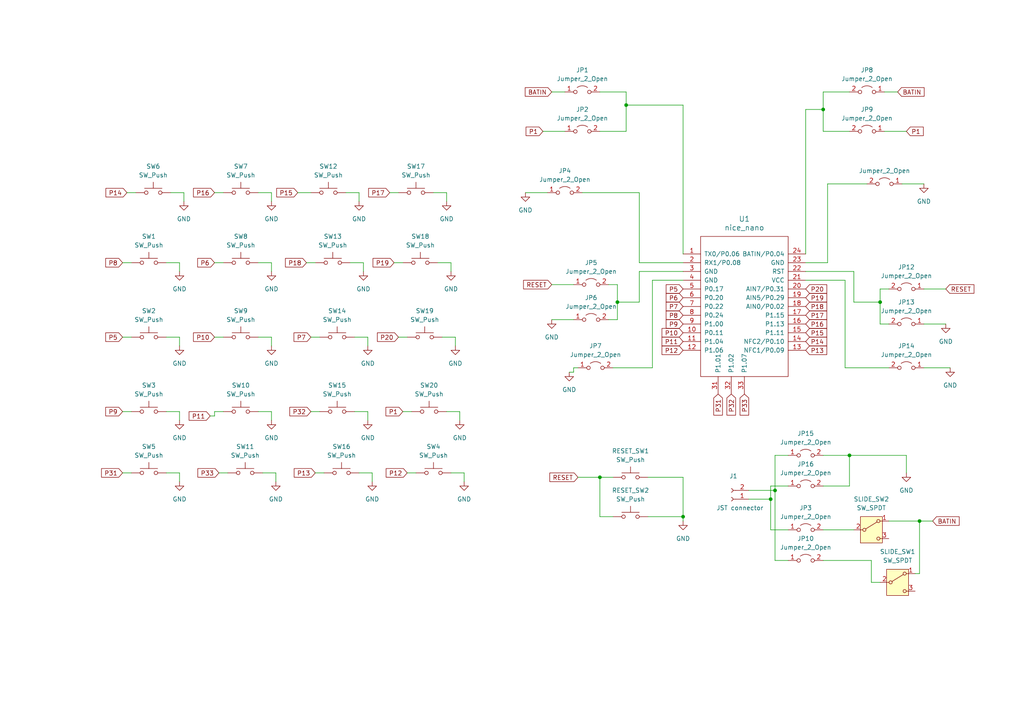
<source format=kicad_sch>
(kicad_sch (version 20250114) (generator "eeschema") (generator_version "9.0")
  (paper "A4")
  (lib_symbols
    (symbol "Connector:Conn_01x02_Female" (pin_names (offset 1.016) (hide yes))
      (property "Reference" "J" (at 0 2.54 0))
      (property "Value" "Conn_01x02_Female" (at 0 -5.08 0))
      (symbol "Conn_01x02_Female_1_1"
        (polyline (pts (xy -1.27 0) (xy -0.508 0)) (stroke (width 0.1524)))
        (polyline (pts (xy -1.27 -2.54) (xy -0.508 -2.54)) (stroke (width 0.1524)))
        (arc (start 0 -0.508) (mid -0.5058 0) (end 0 0.508) (stroke (width 0.1524)))
        (arc (start 0 -3.048) (mid -0.5058 -2.54) (end 0 -2.032) (stroke (width 0.1524)))
        (pin passive line (at -5.08 0 0) (length 3.81) (name "Pin_1") (number "1"))
        (pin passive line (at -5.08 -2.54 0) (length 3.81) (name "Pin_2") (number "2"))
      )
    )
    (symbol "Jumper:Jumper_2_Open" (pin_names (offset 0) (hide yes))
      (property "Reference" "JP" (at 0 2.794 0))
      (property "Value" "Jumper_2_Open" (at 0 -2.286 0))
      (symbol "Jumper_2_Open_0_0"
        (circle (center -2.032 0) (radius 0.508))
        (circle (center 2.032 0) (radius 0.508))
      )
      (symbol "Jumper_2_Open_0_1"
        (arc (start -1.524 1.27) (mid 0 1.778) (end 1.524 1.27))
      )
      (symbol "Jumper_2_Open_1_1"
        (pin passive line (at -5.08 0 0) (length 2.54) (name "A") (number "1"))
        (pin passive line (at 5.08 0 180) (length 2.54) (name "B") (number "2"))
      )
    )
    (symbol "Switch:SW_Push" (pin_numbers (hide yes)) (pin_names (offset 1.016) (hide yes))
      (property "Reference" "SW" (at 1.27 2.54 0))
      (property "Value" "SW_Push" (at 0 -1.524 0))
      (symbol "SW_Push_0_1"
        (circle (center -2.032 0) (radius 0.508))
        (polyline (pts (xy 0 1.27) (xy 0 3.048)))
        (circle (center 2.032 0) (radius 0.508))
        (polyline (pts (xy 2.54 1.27) (xy -2.54 1.27)))
        (pin passive line (at -5.08 0 0) (length 2.54) (name "1") (number "1"))
        (pin passive line (at 5.08 0 180) (length 2.54) (name "2") (number "2"))
      )
    )
    (symbol "Switch:SW_SPDT" (pin_names (offset 0) (hide yes))
      (property "Reference" "SW" (at 0 5.08 0))
      (property "Value" "SW_SPDT" (at 0 -5.08 0))
      (symbol "SW_SPDT_0_1"
        (circle (center -2.032 0) (radius 0.4572))
        (polyline (pts (xy -1.651 0.254) (xy 1.651 2.286)))
        (circle (center 2.032 2.54) (radius 0.4572))
        (circle (center 2.032 -2.54) (radius 0.4572))
      )
      (symbol "SW_SPDT_1_1"
        (rectangle (start -3.175 3.81) (end 3.175 -3.81) (fill (type background)))
        (pin passive line (at -5.08 0 0) (length 2.54) (name "B") (number "2"))
        (pin passive line (at 5.08 2.54 180) (length 2.54) (name "A") (number "1"))
        (pin passive line (at 5.08 -2.54 180) (length 2.54) (name "C") (number "3"))
      )
    )
    (symbol "nice_nano:nice_nano" (pin_names (offset 1.016))
      (property "Reference" "U" (at 0 0 0))
      (property "Value" "nice_nano" (at 0 2.54 0))
      (symbol "nice_nano_0_1"
        (rectangle (start -12.7 -21.59) (end 12.7 19.05))
      )
      (symbol "nice_nano_1_1"
        (pin input line (at -17.78 13.97 0) (length 5.08) (name "TX0/P0.06") (number "1"))
        (pin input line (at -17.78 11.43 0) (length 5.08) (name "RX1/P0.08") (number "2"))
        (pin input line (at -17.78 8.89 0) (length 5.08) (name "GND") (number "3"))
        (pin input line (at -17.78 6.35 0) (length 5.08) (name "GND") (number "4"))
        (pin input line (at -17.78 3.81 0) (length 5.08) (name "P0.17") (number "5"))
        (pin input line (at -17.78 1.27 0) (length 5.08) (name "P0.20") (number "6"))
        (pin input line (at -17.78 -1.27 0) (length 5.08) (name "P0.22") (number "7"))
        (pin input line (at -17.78 -3.81 0) (length 5.08) (name "P0.24") (number "8"))
        (pin input line (at -17.78 -6.35 0) (length 5.08) (name "P1.00") (number "9"))
        (pin input line (at -17.78 -8.89 0) (length 5.08) (name "P0.11") (number "10"))
        (pin input line (at -17.78 -11.43 0) (length 5.08) (name "P1.04") (number "11"))
        (pin input line (at -17.78 -13.97 0) (length 5.08) (name "P1.06") (number "12"))
        (pin input line (at -7.62 -26.67 90) (length 5.08) (name "P1.01") (number "31"))
        (pin input line (at -3.81 -26.67 90) (length 5.08) (name "P1.02") (number "32"))
        (pin input line (at 0 -26.67 90) (length 5.08) (name "P1.07") (number "33"))
        (pin input line (at 17.78 13.97 180) (length 5.08) (name "BATIN/P0.04") (number "24"))
        (pin input line (at 17.78 11.43 180) (length 5.08) (name "GND") (number "23"))
        (pin input line (at 17.78 8.89 180) (length 5.08) (name "RST") (number "22"))
        (pin input line (at 17.78 6.35 180) (length 5.08) (name "VCC") (number "21"))
        (pin input line (at 17.78 3.81 180) (length 5.08) (name "AIN7/P0.31") (number "20"))
        (pin input line (at 17.78 1.27 180) (length 5.08) (name "AIN5/P0.29") (number "19"))
        (pin input line (at 17.78 -1.27 180) (length 5.08) (name "AIN0/P0.02") (number "18"))
        (pin input line (at 17.78 -3.81 180) (length 5.08) (name "P1.15") (number "17"))
        (pin input line (at 17.78 -6.35 180) (length 5.08) (name "P1.13") (number "16"))
        (pin input line (at 17.78 -8.89 180) (length 5.08) (name "P1.11") (number "15"))
        (pin input line (at 17.78 -11.43 180) (length 5.08) (name "NFC2/P0.10") (number "14"))
        (pin input line (at 17.78 -13.97 180) (length 5.08) (name "NFC1/P0.09") (number "13"))
      )
    )
    (symbol "power:GND" (power) (pin_names (offset 0))
      (property "Value" "GND" (at 0 -3.81 0))
      (symbol "GND_0_1"
        (polyline (pts (xy 0 0) (xy 0 -1.27) (xy 1.27 -1.27) (xy 0 -2.54) (xy -1.27 -1.27) (xy 0 -1.27)))
      )
      (symbol "GND_1_1"
        (pin power_in line (at 0 0 270) (length 0) (hide yes) (name "GND") (number "1"))
      )
    )
  )
  (junction (at 173.99 138.43))
  (junction (at 246.38 132.08))
  (junction (at 223.52 144.78))
  (junction (at 181.61 30.48))
  (junction (at 179.07 87.63))
  (junction (at 238.76 31.75))
  (junction (at 198.12 149.86))
  (junction (at 266.7 151.13))
  (junction (at 255.27 87.63))
  (junction (at 224.79 142.24))
  (wire (pts (xy 224.79 142.24) (xy 217.17 142.24)))
  (wire (pts (xy 181.61 26.67) (xy 181.61 30.48)))
  (wire (pts (xy 100.33 55.88) (xy 104.14 55.88)))
  (wire (pts (xy 173.99 38.1) (xy 181.61 38.1)))
  (wire (pts (xy 233.68 73.66) (xy 233.68 31.75)))
  (wire (pts (xy 102.87 119.38) (xy 106.68 119.38)))
  (wire (pts (xy 90.17 97.79) (xy 92.71 97.79)))
  (wire (pts (xy 114.3 76.2) (xy 116.84 76.2)))
  (wire (pts (xy 257.81 151.13) (xy 266.7 151.13)))
  (wire (pts (xy 129.54 55.88) (xy 129.54 58.42)))
  (wire (pts (xy 106.68 119.38) (xy 106.68 121.92)))
  (wire (pts (xy 35.56 76.2) (xy 38.1 76.2)))
  (wire (pts (xy 62.23 120.65) (xy 62.23 119.38)))
  (wire (pts (xy 233.68 31.75) (xy 238.76 31.75)))
  (wire (pts (xy 152.4 55.88) (xy 158.75 55.88)))
  (wire (pts (xy 52.07 137.16) (xy 52.07 139.7)))
  (wire (pts (xy 246.38 132.08) (xy 262.89 132.08)))
  (wire (pts (xy 223.52 144.78) (xy 223.52 140.97)))
  (wire (pts (xy 198.12 149.86) (xy 198.12 138.43)))
  (wire (pts (xy 189.23 81.28) (xy 198.12 81.28)))
  (wire (pts (xy 107.95 137.16) (xy 107.95 139.7)))
  (wire (pts (xy 246.38 140.97) (xy 238.76 140.97)))
  (wire (pts (xy 198.12 73.66) (xy 198.12 30.48)))
  (wire (pts (xy 224.79 142.24) (xy 224.79 132.08)))
  (wire (pts (xy 130.81 137.16) (xy 134.62 137.16)))
  (wire (pts (xy 134.62 137.16) (xy 134.62 139.7)))
  (wire (pts (xy 252.73 168.91) (xy 255.27 168.91)))
  (wire (pts (xy 125.73 55.88) (xy 129.54 55.88)))
  (wire (pts (xy 52.07 97.79) (xy 52.07 100.33)))
  (wire (pts (xy 60.96 120.65) (xy 62.23 120.65)))
  (wire (pts (xy 238.76 153.67) (xy 247.65 153.67)))
  (wire (pts (xy 49.53 55.88) (xy 53.34 55.88)))
  (wire (pts (xy 245.11 81.28) (xy 245.11 106.68)))
  (wire (pts (xy 91.44 137.16) (xy 93.98 137.16)))
  (wire (pts (xy 48.26 76.2) (xy 52.07 76.2)))
  (wire (pts (xy 62.23 119.38) (xy 64.77 119.38)))
  (wire (pts (xy 187.96 149.86) (xy 198.12 149.86)))
  (wire (pts (xy 238.76 132.08) (xy 246.38 132.08)))
  (wire (pts (xy 179.07 82.55) (xy 179.07 87.63)))
  (wire (pts (xy 166.37 106.68) (xy 167.64 106.68)))
  (wire (pts (xy 173.99 138.43) (xy 177.8 138.43)))
  (wire (pts (xy 198.12 151.13) (xy 198.12 149.86)))
  (wire (pts (xy 80.01 137.16) (xy 80.01 139.7)))
  (wire (pts (xy 128.27 97.79) (xy 132.08 97.79)))
  (wire (pts (xy 266.7 151.13) (xy 270.51 151.13)))
  (wire (pts (xy 240.03 53.34) (xy 251.46 53.34)))
  (wire (pts (xy 86.36 55.88) (xy 90.17 55.88)))
  (wire (pts (xy 228.6 153.67) (xy 223.52 153.67)))
  (wire (pts (xy 105.41 76.2) (xy 105.41 78.74)))
  (wire (pts (xy 53.34 55.88) (xy 53.34 58.42)))
  (wire (pts (xy 39.37 55.88) (xy 36.83 55.88)))
  (wire (pts (xy 198.12 76.2) (xy 185.42 76.2)))
  (wire (pts (xy 179.07 87.63) (xy 179.07 92.71)))
  (wire (pts (xy 78.74 55.88) (xy 78.74 58.42)))
  (wire (pts (xy 129.54 119.38) (xy 133.35 119.38)))
  (wire (pts (xy 223.52 153.67) (xy 223.52 144.78)))
  (wire (pts (xy 78.74 97.79) (xy 78.74 100.33)))
  (wire (pts (xy 90.17 119.38) (xy 92.71 119.38)))
  (wire (pts (xy 223.52 144.78) (xy 217.17 144.78)))
  (wire (pts (xy 252.73 168.91) (xy 252.73 162.56)))
  (wire (pts (xy 113.03 55.88) (xy 115.57 55.88)))
  (wire (pts (xy 247.65 87.63) (xy 247.65 78.74)))
  (wire (pts (xy 177.8 106.68) (xy 189.23 106.68)))
  (wire (pts (xy 78.74 119.38) (xy 78.74 121.92)))
  (wire (pts (xy 181.61 38.1) (xy 181.61 30.48)))
  (wire (pts (xy 78.74 76.2) (xy 78.74 78.74)))
  (wire (pts (xy 252.73 162.56) (xy 238.76 162.56)))
  (wire (pts (xy 62.23 55.88) (xy 64.77 55.88)))
  (wire (pts (xy 115.57 97.79) (xy 118.11 97.79)))
  (wire (pts (xy 267.97 53.34) (xy 261.62 53.34)))
  (wire (pts (xy 132.08 97.79) (xy 132.08 100.33)))
  (wire (pts (xy 173.99 149.86) (xy 177.8 149.86)))
  (wire (pts (xy 35.56 97.79) (xy 38.1 97.79)))
  (wire (pts (xy 255.27 87.63) (xy 255.27 93.98)))
  (wire (pts (xy 74.93 119.38) (xy 78.74 119.38)))
  (wire (pts (xy 223.52 140.97) (xy 228.6 140.97)))
  (wire (pts (xy 35.56 137.16) (xy 38.1 137.16)))
  (wire (pts (xy 116.84 119.38) (xy 119.38 119.38)))
  (wire (pts (xy 265.43 166.37) (xy 266.7 166.37)))
  (wire (pts (xy 233.68 78.74) (xy 247.65 78.74)))
  (wire (pts (xy 52.07 76.2) (xy 52.07 78.74)))
  (wire (pts (xy 101.6 76.2) (xy 105.41 76.2)))
  (wire (pts (xy 255.27 83.82) (xy 255.27 87.63)))
  (wire (pts (xy 185.42 87.63) (xy 179.07 87.63)))
  (wire (pts (xy 185.42 78.74) (xy 185.42 87.63)))
  (wire (pts (xy 63.5 137.16) (xy 66.04 137.16)))
  (wire (pts (xy 246.38 132.08) (xy 246.38 140.97)))
  (wire (pts (xy 62.23 97.79) (xy 64.77 97.79)))
  (wire (pts (xy 165.1 107.95) (xy 166.37 107.95)))
  (wire (pts (xy 157.48 38.1) (xy 163.83 38.1)))
  (wire (pts (xy 189.23 106.68) (xy 189.23 81.28)))
  (wire (pts (xy 106.68 97.79) (xy 106.68 100.33)))
  (wire (pts (xy 35.56 119.38) (xy 38.1 119.38)))
  (wire (pts (xy 262.89 38.1) (xy 256.54 38.1)))
  (wire (pts (xy 185.42 76.2) (xy 185.42 55.88)))
  (wire (pts (xy 233.68 81.28) (xy 245.11 81.28)))
  (wire (pts (xy 257.81 93.98) (xy 255.27 93.98)))
  (wire (pts (xy 238.76 26.67) (xy 238.76 31.75)))
  (wire (pts (xy 48.26 119.38) (xy 52.07 119.38)))
  (wire (pts (xy 224.79 162.56) (xy 224.79 142.24)))
  (wire (pts (xy 240.03 76.2) (xy 240.03 53.34)))
  (wire (pts (xy 246.38 26.67) (xy 238.76 26.67)))
  (wire (pts (xy 76.2 137.16) (xy 80.01 137.16)))
  (wire (pts (xy 238.76 31.75) (xy 238.76 38.1)))
  (wire (pts (xy 176.53 92.71) (xy 179.07 92.71)))
  (wire (pts (xy 198.12 138.43) (xy 187.96 138.43)))
  (wire (pts (xy 260.35 26.67) (xy 256.54 26.67)))
  (wire (pts (xy 48.26 137.16) (xy 52.07 137.16)))
  (wire (pts (xy 176.53 82.55) (xy 179.07 82.55)))
  (wire (pts (xy 247.65 87.63) (xy 255.27 87.63)))
  (wire (pts (xy 74.93 55.88) (xy 78.74 55.88)))
  (wire (pts (xy 228.6 162.56) (xy 224.79 162.56)))
  (wire (pts (xy 74.93 97.79) (xy 78.74 97.79)))
  (wire (pts (xy 233.68 76.2) (xy 240.03 76.2)))
  (wire (pts (xy 262.89 132.08) (xy 262.89 137.16)))
  (wire (pts (xy 168.91 55.88) (xy 185.42 55.88)))
  (wire (pts (xy 274.32 83.82) (xy 267.97 83.82)))
  (wire (pts (xy 118.11 137.16) (xy 120.65 137.16)))
  (wire (pts (xy 104.14 137.16) (xy 107.95 137.16)))
  (wire (pts (xy 48.26 97.79) (xy 52.07 97.79)))
  (wire (pts (xy 198.12 78.74) (xy 185.42 78.74)))
  (wire (pts (xy 166.37 107.95) (xy 166.37 106.68)))
  (wire (pts (xy 74.93 76.2) (xy 78.74 76.2)))
  (wire (pts (xy 160.02 92.71) (xy 166.37 92.71)))
  (wire (pts (xy 102.87 97.79) (xy 106.68 97.79)))
  (wire (pts (xy 257.81 83.82) (xy 255.27 83.82)))
  (wire (pts (xy 267.97 106.68) (xy 275.59 106.68)))
  (wire (pts (xy 133.35 119.38) (xy 133.35 121.92)))
  (wire (pts (xy 160.02 26.67) (xy 163.83 26.67)))
  (wire (pts (xy 130.81 76.2) (xy 130.81 78.74)))
  (wire (pts (xy 62.23 76.2) (xy 64.77 76.2)))
  (wire (pts (xy 246.38 38.1) (xy 238.76 38.1)))
  (wire (pts (xy 173.99 26.67) (xy 181.61 26.67)))
  (wire (pts (xy 245.11 106.68) (xy 257.81 106.68)))
  (wire (pts (xy 52.07 119.38) (xy 52.07 121.92)))
  (wire (pts (xy 104.14 55.88) (xy 104.14 58.42)))
  (wire (pts (xy 274.32 93.98) (xy 267.97 93.98)))
  (wire (pts (xy 181.61 30.48) (xy 198.12 30.48)))
  (wire (pts (xy 88.9 76.2) (xy 91.44 76.2)))
  (wire (pts (xy 167.64 138.43) (xy 173.99 138.43)))
  (wire (pts (xy 266.7 166.37) (xy 266.7 151.13)))
  (wire (pts (xy 224.79 132.08) (xy 228.6 132.08)))
  (wire (pts (xy 127 76.2) (xy 130.81 76.2)))
  (wire (pts (xy 160.02 82.55) (xy 166.37 82.55)))
  (wire (pts (xy 173.99 138.43) (xy 173.99 149.86)))
  (global_label "P1" (shape input) (at 116.84 119.38 180) (property "Intersheetrefs" "${INTERSHEET_REFS}" (effects (hide yes))))
  (global_label "P16" (shape input) (at 233.68 93.98 0) (property "Intersheetrefs" "${INTERSHEET_REFS}" (effects (hide yes))))
  (global_label "P19" (shape input) (at 233.68 86.36 0) (property "Intersheetrefs" "${INTERSHEET_REFS}" (effects (hide yes))))
  (global_label "P8" (shape input) (at 35.56 76.2 180) (property "Intersheetrefs" "${INTERSHEET_REFS}" (effects (hide yes))))
  (global_label "BATIN" (shape input) (at 160.02 26.67 180) (property "Intersheetrefs" "${INTERSHEET_REFS}" (effects (hide yes))))
  (global_label "P7" (shape input) (at 198.12 88.9 180) (property "Intersheetrefs" "${INTERSHEET_REFS}" (effects (hide yes))))
  (global_label "P14" (shape input) (at 36.83 55.88 180) (property "Intersheetrefs" "${INTERSHEET_REFS}" (effects (hide yes))))
  (global_label "P17" (shape input) (at 113.03 55.88 180) (property "Intersheetrefs" "${INTERSHEET_REFS}" (effects (hide yes))))
  (global_label "P1" (shape input) (at 157.48 38.1 180) (property "Intersheetrefs" "${INTERSHEET_REFS}" (effects (hide yes))))
  (global_label "P16" (shape input) (at 62.23 55.88 180) (property "Intersheetrefs" "${INTERSHEET_REFS}" (effects (hide yes))))
  (global_label "P18" (shape input) (at 88.9 76.2 180) (property "Intersheetrefs" "${INTERSHEET_REFS}" (effects (hide yes))))
  (global_label "RESET" (shape input) (at 274.32 83.82 0) (property "Intersheetrefs" "${INTERSHEET_REFS}" (effects (hide yes))))
  (global_label "P12" (shape input) (at 198.12 101.6 180) (property "Intersheetrefs" "${INTERSHEET_REFS}" (effects (hide yes))))
  (global_label "P6" (shape input) (at 62.23 76.2 180) (property "Intersheetrefs" "${INTERSHEET_REFS}" (effects (hide yes))))
  (global_label "P15" (shape input) (at 233.68 96.52 0) (property "Intersheetrefs" "${INTERSHEET_REFS}" (effects (hide yes))))
  (global_label "RESET" (shape input) (at 160.02 82.55 180) (property "Intersheetrefs" "${INTERSHEET_REFS}" (effects (hide yes))))
  (global_label "P1" (shape input) (at 262.89 38.1 0) (property "Intersheetrefs" "${INTERSHEET_REFS}" (effects (hide yes))))
  (global_label "BATIN" (shape input) (at 270.51 151.13 0) (property "Intersheetrefs" "${INTERSHEET_REFS}" (effects (hide yes))))
  (global_label "P19" (shape input) (at 114.3 76.2 180) (property "Intersheetrefs" "${INTERSHEET_REFS}" (effects (hide yes))))
  (global_label "P10" (shape input) (at 62.23 97.79 180) (property "Intersheetrefs" "${INTERSHEET_REFS}" (effects (hide yes))))
  (global_label "RESET" (shape input) (at 167.64 138.43 180) (property "Intersheetrefs" "${INTERSHEET_REFS}" (effects (hide yes))))
  (global_label "P12" (shape input) (at 118.11 137.16 180) (property "Intersheetrefs" "${INTERSHEET_REFS}" (effects (hide yes))))
  (global_label "P20" (shape input) (at 115.57 97.79 180) (property "Intersheetrefs" "${INTERSHEET_REFS}" (effects (hide yes))))
  (global_label "P11" (shape input) (at 60.96 120.65 180) (property "Intersheetrefs" "${INTERSHEET_REFS}" (effects (hide yes))))
  (global_label "P6" (shape input) (at 198.12 86.36 180) (property "Intersheetrefs" "${INTERSHEET_REFS}" (effects (hide yes))))
  (global_label "P18" (shape input) (at 233.68 88.9 0) (property "Intersheetrefs" "${INTERSHEET_REFS}" (effects (hide yes))))
  (global_label "P13" (shape input) (at 233.68 101.6 0) (property "Intersheetrefs" "${INTERSHEET_REFS}" (effects (hide yes))))
  (global_label "P7" (shape input) (at 90.17 97.79 180) (property "Intersheetrefs" "${INTERSHEET_REFS}" (effects (hide yes))))
  (global_label "P9" (shape input) (at 198.12 93.98 180) (property "Intersheetrefs" "${INTERSHEET_REFS}" (effects (hide yes))))
  (global_label "P11" (shape input) (at 198.12 99.06 180) (property "Intersheetrefs" "${INTERSHEET_REFS}" (effects (hide yes))))
  (global_label "P9" (shape input) (at 35.56 119.38 180) (property "Intersheetrefs" "${INTERSHEET_REFS}" (effects (hide yes))))
  (global_label "P33" (shape input) (at 215.9 114.3 270) (property "Intersheetrefs" "${INTERSHEET_REFS}" (effects (hide yes))))
  (global_label "BATIN" (shape input) (at 260.35 26.67 0) (property "Intersheetrefs" "${INTERSHEET_REFS}" (effects (hide yes))))
  (global_label "P31" (shape input) (at 35.56 137.16 180) (property "Intersheetrefs" "${INTERSHEET_REFS}" (effects (hide yes))))
  (global_label "P33" (shape input) (at 63.5 137.16 180) (property "Intersheetrefs" "${INTERSHEET_REFS}" (effects (hide yes))))
  (global_label "P17" (shape input) (at 233.68 91.44 0) (property "Intersheetrefs" "${INTERSHEET_REFS}" (effects (hide yes))))
  (global_label "P20" (shape input) (at 233.68 83.82 0) (property "Intersheetrefs" "${INTERSHEET_REFS}" (effects (hide yes))))
  (global_label "P31" (shape input) (at 208.28 114.3 270) (property "Intersheetrefs" "${INTERSHEET_REFS}" (effects (hide yes))))
  (global_label "P14" (shape input) (at 233.68 99.06 0) (property "Intersheetrefs" "${INTERSHEET_REFS}" (effects (hide yes))))
  (global_label "P32" (shape input) (at 90.17 119.38 180) (property "Intersheetrefs" "${INTERSHEET_REFS}" (effects (hide yes))))
  (global_label "P13" (shape input) (at 91.44 137.16 180) (property "Intersheetrefs" "${INTERSHEET_REFS}" (effects (hide yes))))
  (global_label "P5" (shape input) (at 35.56 97.79 180) (property "Intersheetrefs" "${INTERSHEET_REFS}" (effects (hide yes))))
  (global_label "P5" (shape input) (at 198.12 83.82 180) (property "Intersheetrefs" "${INTERSHEET_REFS}" (effects (hide yes))))
  (global_label "P15" (shape input) (at 86.36 55.88 180) (property "Intersheetrefs" "${INTERSHEET_REFS}" (effects (hide yes))))
  (global_label "P8" (shape input) (at 198.12 91.44 180) (property "Intersheetrefs" "${INTERSHEET_REFS}" (effects (hide yes))))
  (global_label "P10" (shape input) (at 198.12 96.52 180) (property "Intersheetrefs" "${INTERSHEET_REFS}" (effects (hide yes))))
  (global_label "P32" (shape input) (at 212.09 114.3 270) (property "Intersheetrefs" "${INTERSHEET_REFS}" (effects (hide yes))))
  (symbol (lib_id "power:GND") (at 262.89 137.16 0) (unit 1)
    (property "Reference" "#PWR026" (effects (hide yes)))
    (property "Value" "GND" (at 262.89 142.24 0))
  )
  (symbol (lib_id "Jumper:Jumper_2_Open") (at 168.91 26.67 0) (unit 1)
    (property "Reference" "JP1" (at 168.91 20.32 0))
    (property "Value" "Jumper_2_Open" (at 168.91 22.86 0))
    (property "Footprint" "footprints:Jumper_Open_0.8mm" (effects (hide yes)))
  )
  (symbol (lib_id "Switch:SW_Push") (at 99.06 137.16 0) (unit 1)
    (property "Reference" "SW16" (at 99.06 129.54 0))
    (property "Value" "SW_Push" (at 99.06 132.08 0))
    (property "Footprint" "footprints:SW_PG1350_reversible" (effects (hide yes)))
  )
  (symbol (lib_id "Switch:SW_Push") (at 43.18 76.2 0) (unit 1)
    (property "Reference" "SW1" (at 43.18 68.58 0))
    (property "Value" "SW_Push" (at 43.18 71.12 0))
    (property "Footprint" "footprints:SW_PG1350_reversible" (effects (hide yes)))
  )
  (symbol (lib_id "power:GND") (at 106.68 100.33 0) (unit 1)
    (property "Reference" "#PWR014" (effects (hide yes)))
    (property "Value" "GND" (at 106.68 105.41 0))
  )
  (symbol (lib_id "Jumper:Jumper_2_Open") (at 233.68 162.56 0) (unit 1)
    (property "Reference" "JP10" (at 233.68 156.21 0))
    (property "Value" "Jumper_2_Open" (at 233.68 158.75 0))
    (property "Footprint" "footprints:Jumper_Open_0.5mm" (effects (hide yes)))
  )
  (symbol (lib_id "power:GND") (at 52.07 100.33 0) (unit 1)
    (property "Reference" "#PWR02" (effects (hide yes)))
    (property "Value" "GND" (at 52.07 105.41 0))
  )
  (symbol (lib_id "Switch:SW_Push") (at 123.19 97.79 0) (unit 1)
    (property "Reference" "SW19" (at 123.19 90.17 0))
    (property "Value" "SW_Push" (at 123.19 92.71 0))
    (property "Footprint" "footprints:SW_PG1350_reversible" (effects (hide yes)))
  )
  (symbol (lib_id "nice_nano:nice_nano") (at 215.9 87.63 0) (unit 1)
    (property "Reference" "U1" (at 215.9 63.5 0) (effects (font (size 1.524 1.524))))
    (property "Value" "nice_nano" (at 215.9 66.04 0) (effects (font (size 1.524 1.524))))
    (property "Footprint" "footprints:nice_nano" (effects (hide yes)))
  )
  (symbol (lib_id "power:GND") (at 52.07 139.7 0) (unit 1)
    (property "Reference" "#PWR05" (effects (hide yes)))
    (property "Value" "GND" (at 52.07 144.78 0))
  )
  (symbol (lib_id "power:GND") (at 52.07 78.74 0) (unit 1)
    (property "Reference" "#PWR01" (effects (hide yes)))
    (property "Value" "GND" (at 52.07 83.82 0))
  )
  (symbol (lib_id "Switch:SW_Push") (at 43.18 119.38 0) (unit 1)
    (property "Reference" "SW3" (at 43.18 111.76 0))
    (property "Value" "SW_Push" (at 43.18 114.3 0))
    (property "Footprint" "footprints:SW_PG1350_reversible" (effects (hide yes)))
  )
  (symbol (lib_id "Jumper:Jumper_2_Open") (at 163.83 55.88 0) (unit 1)
    (property "Reference" "JP4" (at 163.83 49.53 0))
    (property "Value" "Jumper_2_Open" (at 163.83 52.07 0))
    (property "Footprint" "footprints:Jumper_Open_0.5mm" (effects (hide yes)))
  )
  (symbol (lib_id "Switch:SW_Push") (at 121.92 76.2 0) (unit 1)
    (property "Reference" "SW18" (at 121.92 68.58 0))
    (property "Value" "SW_Push" (at 121.92 71.12 0))
    (property "Footprint" "footprints:SW_PG1350_reversible_1.5U" (effects (hide yes)))
  )
  (symbol (lib_id "Switch:SW_SPDT") (at 252.73 153.67 0) (unit 1)
    (property "Reference" "SLIDE_SW2" (at 252.73 144.78 0))
    (property "Value" "SW_SPDT" (at 252.73 147.32 0))
    (property "Footprint" "footprints:SW_SSSS811101" (effects (hide yes)))
  )
  (symbol (lib_id "power:GND") (at 165.1 107.95 0) (unit 1)
    (property "Reference" "#PWR024" (effects (hide yes)))
    (property "Value" "GND" (at 165.1 113.03 0))
  )
  (symbol (lib_id "Jumper:Jumper_2_Open") (at 233.68 132.08 0) (unit 1)
    (property "Reference" "JP15" (at 233.68 125.73 0))
    (property "Value" "Jumper_2_Open" (at 233.68 128.27 0))
    (property "Footprint" "footprints:Jumper_Open_0.5mm" (effects (hide yes)))
  )
  (symbol (lib_id "Switch:SW_Push") (at 124.46 119.38 0) (unit 1)
    (property "Reference" "SW20" (at 124.46 111.76 0))
    (property "Value" "SW_Push" (at 124.46 114.3 0))
    (property "Footprint" "footprints:SW_PG1350_reversible" (effects (hide yes)))
  )
  (symbol (lib_id "power:GND") (at 52.07 121.92 0) (unit 1)
    (property "Reference" "#PWR03" (effects (hide yes)))
    (property "Value" "GND" (at 52.07 127 0))
  )
  (symbol (lib_id "Jumper:Jumper_2_Open") (at 256.54 53.34 0) (mirror y) (unit 1)
    (property "Reference" "JP11" (effects (hide yes)))
    (property "Value" "Jumper_2_Open" (at 256.54 49.53 0))
    (property "Footprint" "footprints:Jumper_Open_0.5mm" (effects (hide yes)))
  )
  (symbol (lib_id "Jumper:Jumper_2_Open") (at 251.46 26.67 0) (mirror y) (unit 1)
    (property "Reference" "JP8" (at 251.46 20.32 0))
    (property "Value" "Jumper_2_Open" (at 251.46 22.86 0))
    (property "Footprint" "footprints:Jumper_Open_0.8mm" (effects (hide yes)))
  )
  (symbol (lib_id "Switch:SW_Push") (at 44.45 55.88 0) (unit 1)
    (property "Reference" "SW6" (at 44.45 48.26 0))
    (property "Value" "SW_Push" (at 44.45 50.8 0))
    (property "Footprint" "footprints:SW_PG1350_reversible" (effects (hide yes)))
  )
  (symbol (lib_id "power:GND") (at 160.02 92.71 0) (unit 1)
    (property "Reference" "#PWR023" (effects (hide yes)))
    (property "Value" "GND" (at 160.02 97.79 0))
  )
  (symbol (lib_id "Jumper:Jumper_2_Open") (at 262.89 93.98 0) (mirror y) (unit 1)
    (property "Reference" "JP13" (at 262.89 87.63 0))
    (property "Value" "Jumper_2_Open" (at 262.89 90.17 0))
    (property "Footprint" "footprints:Jumper_Open_0.5mm" (effects (hide yes)))
  )
  (symbol (lib_id "Switch:SW_Push") (at 95.25 55.88 0) (unit 1)
    (property "Reference" "SW12" (at 95.25 48.26 0))
    (property "Value" "SW_Push" (at 95.25 50.8 0))
    (property "Footprint" "footprints:SW_PG1350_reversible" (effects (hide yes)))
  )
  (symbol (lib_id "Switch:SW_Push") (at 120.65 55.88 0) (unit 1)
    (property "Reference" "SW17" (at 120.65 48.26 0))
    (property "Value" "SW_Push" (at 120.65 50.8 0))
    (property "Footprint" "footprints:SW_PG1350_reversible" (effects (hide yes)))
  )
  (symbol (lib_id "Jumper:Jumper_2_Open") (at 171.45 82.55 0) (unit 1)
    (property "Reference" "JP5" (at 171.45 76.2 0))
    (property "Value" "Jumper_2_Open" (at 171.45 78.74 0))
    (property "Footprint" "footprints:Jumper_Open_0.5mm" (effects (hide yes)))
  )
  (symbol (lib_id "power:GND") (at 129.54 58.42 0) (unit 1)
    (property "Reference" "#PWR017" (effects (hide yes)))
    (property "Value" "GND" (at 129.54 63.5 0))
  )
  (symbol (lib_id "power:GND") (at 78.74 78.74 0) (unit 1)
    (property "Reference" "#PWR08" (effects (hide yes)))
    (property "Value" "GND" (at 78.74 83.82 0))
  )
  (symbol (lib_id "Switch:SW_Push") (at 125.73 137.16 0) (unit 1)
    (property "Reference" "SW4" (at 125.73 129.54 0))
    (property "Value" "SW_Push" (at 125.73 132.08 0))
    (property "Footprint" "footprints:SW_PG1350_reversible" (effects (hide yes)))
  )
  (symbol (lib_id "Switch:SW_Push") (at 43.18 137.16 0) (unit 1)
    (property "Reference" "SW5" (at 43.18 129.54 0))
    (property "Value" "SW_Push" (at 43.18 132.08 0))
    (property "Footprint" "footprints:SW_PG1350_reversible" (effects (hide yes)))
  )
  (symbol (lib_id "power:GND") (at 78.74 121.92 0) (unit 1)
    (property "Reference" "#PWR010" (effects (hide yes)))
    (property "Value" "GND" (at 78.74 127 0))
  )
  (symbol (lib_id "power:GND") (at 132.08 100.33 0) (unit 1)
    (property "Reference" "#PWR019" (effects (hide yes)))
    (property "Value" "GND" (at 132.08 105.41 0))
  )
  (symbol (lib_id "power:GND") (at 267.97 53.34 0) (mirror y) (unit 1)
    (property "Reference" "#PWR027" (effects (hide yes)))
    (property "Value" "GND" (at 267.97 58.42 0))
  )
  (symbol (lib_id "Switch:SW_Push") (at 69.85 76.2 0) (unit 1)
    (property "Reference" "SW8" (at 69.85 68.58 0))
    (property "Value" "SW_Push" (at 69.85 71.12 0))
    (property "Footprint" "footprints:SW_PG1350_reversible_1.5U" (effects (hide yes)))
  )
  (symbol (lib_id "Jumper:Jumper_2_Open") (at 251.46 38.1 0) (mirror y) (unit 1)
    (property "Reference" "JP9" (at 251.46 31.75 0))
    (property "Value" "Jumper_2_Open" (at 251.46 34.29 0))
    (property "Footprint" "footprints:Jumper_Open_0.8mm" (effects (hide yes)))
  )
  (symbol (lib_id "power:GND") (at 106.68 121.92 0) (unit 1)
    (property "Reference" "#PWR015" (effects (hide yes)))
    (property "Value" "GND" (at 106.68 127 0))
  )
  (symbol (lib_id "power:GND") (at 78.74 58.42 0) (unit 1)
    (property "Reference" "#PWR07" (effects (hide yes)))
    (property "Value" "GND" (at 78.74 63.5 0))
  )
  (symbol (lib_id "power:GND") (at 78.74 100.33 0) (unit 1)
    (property "Reference" "#PWR09" (effects (hide yes)))
    (property "Value" "GND" (at 78.74 105.41 0))
  )
  (symbol (lib_id "Switch:SW_Push") (at 96.52 76.2 0) (unit 1)
    (property "Reference" "SW13" (at 96.52 68.58 0))
    (property "Value" "SW_Push" (at 96.52 71.12 0))
    (property "Footprint" "footprints:SW_PG1350_reversible" (effects (hide yes)))
  )
  (symbol (lib_id "power:GND") (at 134.62 139.7 0) (unit 1)
    (property "Reference" "#PWR021" (effects (hide yes)))
    (property "Value" "GND" (at 134.62 144.78 0))
  )
  (symbol (lib_id "power:GND") (at 274.32 93.98 0) (mirror y) (unit 1)
    (property "Reference" "#PWR028" (effects (hide yes)))
    (property "Value" "GND" (at 274.32 99.06 0))
  )
  (symbol (lib_id "Switch:SW_Push") (at 69.85 97.79 0) (unit 1)
    (property "Reference" "SW9" (at 69.85 90.17 0))
    (property "Value" "SW_Push" (at 69.85 92.71 0))
    (property "Footprint" "footprints:SW_PG1350_reversible" (effects (hide yes)))
  )
  (symbol (lib_id "power:GND") (at 80.01 139.7 0) (unit 1)
    (property "Reference" "#PWR011" (effects (hide yes)))
    (property "Value" "GND" (at 80.01 144.78 0))
  )
  (symbol (lib_id "Jumper:Jumper_2_Open") (at 233.68 153.67 0) (unit 1)
    (property "Reference" "JP3" (at 233.68 147.32 0))
    (property "Value" "Jumper_2_Open" (at 233.68 149.86 0))
    (property "Footprint" "footprints:Jumper_Open_0.5mm" (effects (hide yes)))
  )
  (symbol (lib_id "power:GND") (at 130.81 78.74 0) (unit 1)
    (property "Reference" "#PWR018" (effects (hide yes)))
    (property "Value" "GND" (at 130.81 83.82 0))
  )
  (symbol (lib_id "Switch:SW_Push") (at 71.12 137.16 0) (unit 1)
    (property "Reference" "SW11" (at 71.12 129.54 0))
    (property "Value" "SW_Push" (at 71.12 132.08 0))
    (property "Footprint" "footprints:SW_PG1350_reversible" (effects (hide yes)))
  )
  (symbol (lib_id "Switch:SW_Push") (at 182.88 149.86 0) (unit 1)
    (property "Reference" "RESET_SW2" (at 182.88 142.24 0))
    (property "Value" "SW_Push" (at 182.88 144.78 0))
    (property "Footprint" "footprints:Panasonic_EVQPUL_EVQPUC" (effects (hide yes)))
  )
  (symbol (lib_id "power:GND") (at 275.59 106.68 0) (mirror y) (unit 1)
    (property "Reference" "#PWR029" (effects (hide yes)))
    (property "Value" "GND" (at 275.59 111.76 0))
  )
  (symbol (lib_id "Switch:SW_Push") (at 69.85 119.38 0) (unit 1)
    (property "Reference" "SW10" (at 69.85 111.76 0))
    (property "Value" "SW_Push" (at 69.85 114.3 0))
    (property "Footprint" "footprints:SW_PG1350_reversible" (effects (hide yes)))
  )
  (symbol (lib_id "power:GND") (at 133.35 121.92 0) (unit 1)
    (property "Reference" "#PWR020" (effects (hide yes)))
    (property "Value" "GND" (at 133.35 127 0))
  )
  (symbol (lib_id "Connector:Conn_01x02_Female") (at 212.09 144.78 180) (unit 1)
    (property "Reference" "J1" (at 212.725 138.083 0))
    (property "Value" "JST connector" (at 214.63 147.32 0))
    (property "Footprint" "Connector_JST:JST_PH_S2B-PH-K_1x02_P2.00mm_Horizontal" (effects (hide yes)))
  )
  (symbol (lib_id "Jumper:Jumper_2_Open") (at 233.68 140.97 0) (unit 1)
    (property "Reference" "JP16" (at 233.68 134.62 0))
    (property "Value" "Jumper_2_Open" (at 233.68 137.16 0))
    (property "Footprint" "footprints:Jumper_Open_0.5mm" (effects (hide yes)))
  )
  (symbol (lib_id "Switch:SW_Push") (at 69.85 55.88 0) (unit 1)
    (property "Reference" "SW7" (at 69.85 48.26 0))
    (property "Value" "SW_Push" (at 69.85 50.8 0))
    (property "Footprint" "footprints:SW_PG1350_reversible" (effects (hide yes)))
  )
  (symbol (lib_id "Switch:SW_Push") (at 97.79 119.38 0) (unit 1)
    (property "Reference" "SW15" (at 97.79 111.76 0))
    (property "Value" "SW_Push" (at 97.79 114.3 0))
    (property "Footprint" "footprints:SW_PG1350_reversible" (effects (hide yes)))
  )
  (symbol (lib_id "Switch:SW_Push") (at 43.18 97.79 0) (unit 1)
    (property "Reference" "SW2" (at 43.18 90.17 0))
    (property "Value" "SW_Push" (at 43.18 92.71 0))
    (property "Footprint" "footprints:SW_PG1350_reversible" (effects (hide yes)))
  )
  (symbol (lib_id "power:GND") (at 53.34 58.42 0) (unit 1)
    (property "Reference" "#PWR06" (effects (hide yes)))
    (property "Value" "GND" (at 53.34 63.5 0))
  )
  (symbol (lib_id "Switch:SW_SPDT") (at 260.35 168.91 0) (unit 1)
    (property "Reference" "SLIDE_SW1" (at 260.35 160.02 0))
    (property "Value" "SW_SPDT" (at 260.35 162.56 0))
    (property "Footprint" "footprints:SW_SSSS811101" (effects (hide yes)))
  )
  (symbol (lib_id "power:GND") (at 105.41 78.74 0) (unit 1)
    (property "Reference" "#PWR013" (effects (hide yes)))
    (property "Value" "GND" (at 105.41 83.82 0))
  )
  (symbol (lib_id "power:GND") (at 198.12 151.13 0) (unit 1)
    (property "Reference" "#PWR025" (effects (hide yes)))
    (property "Value" "GND" (at 198.12 156.21 0))
  )
  (symbol (lib_id "Jumper:Jumper_2_Open") (at 171.45 92.71 0) (unit 1)
    (property "Reference" "JP6" (at 171.45 86.36 0))
    (property "Value" "Jumper_2_Open" (at 171.45 88.9 0))
    (property "Footprint" "footprints:Jumper_Open_0.5mm" (effects (hide yes)))
  )
  (symbol (lib_id "Jumper:Jumper_2_Open") (at 262.89 83.82 0) (mirror y) (unit 1)
    (property "Reference" "JP12" (at 262.89 77.47 0))
    (property "Value" "Jumper_2_Open" (at 262.89 80.01 0))
    (property "Footprint" "footprints:Jumper_Open_0.5mm" (effects (hide yes)))
  )
  (symbol (lib_id "Switch:SW_Push") (at 182.88 138.43 0) (unit 1)
    (property "Reference" "RESET_SW1" (at 182.88 130.81 0))
    (property "Value" "SW_Push" (at 182.88 133.35 0))
    (property "Footprint" "footprints:Panasonic_EVQPUL_EVQPUC" (effects (hide yes)))
  )
  (symbol (lib_id "Jumper:Jumper_2_Open") (at 262.89 106.68 0) (mirror y) (unit 1)
    (property "Reference" "JP14" (at 262.89 100.33 0))
    (property "Value" "Jumper_2_Open" (at 262.89 102.87 0))
    (property "Footprint" "footprints:Jumper_Open_0.5mm" (effects (hide yes)))
  )
  (symbol (lib_id "power:GND") (at 152.4 55.88 0) (unit 1)
    (property "Reference" "#PWR022" (effects (hide yes)))
    (property "Value" "GND" (at 152.4 60.96 0))
  )
  (symbol (lib_id "power:GND") (at 107.95 139.7 0) (unit 1)
    (property "Reference" "#PWR016" (effects (hide yes)))
    (property "Value" "GND" (at 107.95 144.78 0))
  )
  (symbol (lib_id "Switch:SW_Push") (at 97.79 97.79 0) (unit 1)
    (property "Reference" "SW14" (at 97.79 90.17 0))
    (property "Value" "SW_Push" (at 97.79 92.71 0))
    (property "Footprint" "footprints:SW_PG1350_reversible" (effects (hide yes)))
  )
  (symbol (lib_id "Jumper:Jumper_2_Open") (at 168.91 38.1 0) (unit 1)
    (property "Reference" "JP2" (at 168.91 31.75 0))
    (property "Value" "Jumper_2_Open" (at 168.91 34.29 0))
    (property "Footprint" "footprints:Jumper_Open_0.8mm" (effects (hide yes)))
  )
  (symbol (lib_id "Jumper:Jumper_2_Open") (at 172.72 106.68 0) (unit 1)
    (property "Reference" "JP7" (at 172.72 100.33 0))
    (property "Value" "Jumper_2_Open" (at 172.72 102.87 0))
    (property "Footprint" "footprints:Jumper_Open_0.5mm" (effects (hide yes)))
  )
  (symbol (lib_id "power:GND") (at 104.14 58.42 0) (unit 1)
    (property "Reference" "#PWR012" (effects (hide yes)))
    (property "Value" "GND" (at 104.14 63.5 0))
  )
)
</source>
